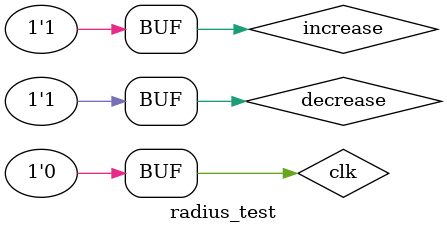
<source format=v>
`timescale 1ns / 1ps


module radius_test;

	// Inputs
	reg clk;
	reg increase;
	reg decrease;

	// Outputs
	wire [4:0] radius;

	// Instantiate the Unit Under Test (UUT)
	radius #(10) uut (
		.clk(clk), 
		.increase(increase), 
		.decrease(decrease), 
		.radius(radius)
	);

	initial begin
		// Initialize Inputs
		clk = 0;
		increase = 0;
		decrease = 0;

		// Wait 100 ns for global reset to finish
		#100;
        
		// Test incrementing, with saturation
		increase = 1;
		repeat(20) begin
			#10 clk = 1;
			#10 clk = 0;
		end
		
		// Test decrementing, with saturation
		increase = 0;
		decrease = 1;
		repeat(20) begin
			#10 clk = 1;
			#10 clk = 0;
		end
		
		// When both are set, radius should remain constant
		decrease = 0;
		increase = 1;
		#10 clk = 1;
		#10 clk = 0;
		decrease = 1;
		repeat(20) begin
			#10 clk = 1;
			#10 clk = 0;
		end

	end
      
endmodule


</source>
